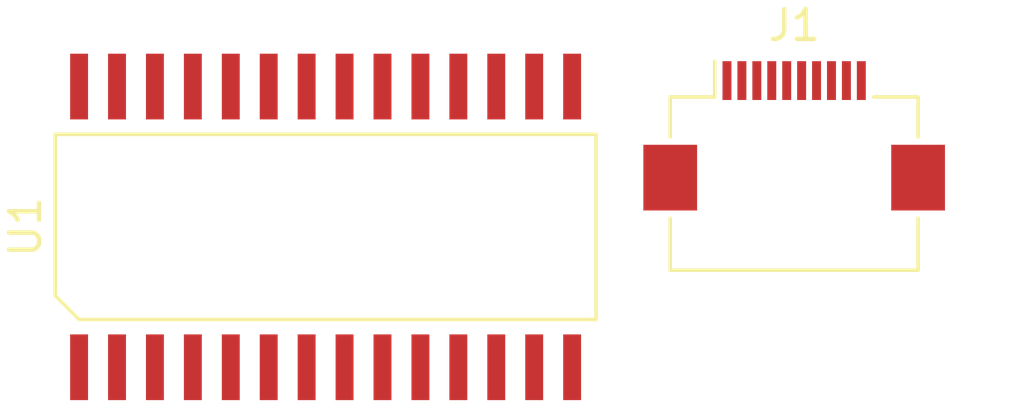
<source format=kicad_pcb>
(kicad_pcb (version 20171130) (host pcbnew "(5.1.5)-3")

  (general
    (thickness 1.6)
    (drawings 0)
    (tracks 0)
    (zones 0)
    (modules 2)
    (nets 32)
  )

  (page A4)
  (layers
    (0 F.Cu signal)
    (31 B.Cu signal)
    (32 B.Adhes user)
    (33 F.Adhes user)
    (34 B.Paste user)
    (35 F.Paste user)
    (36 B.SilkS user)
    (37 F.SilkS user)
    (38 B.Mask user)
    (39 F.Mask user)
    (40 Dwgs.User user)
    (41 Cmts.User user)
    (42 Eco1.User user)
    (43 Eco2.User user)
    (44 Edge.Cuts user)
    (45 Margin user)
    (46 B.CrtYd user)
    (47 F.CrtYd user)
    (48 B.Fab user)
    (49 F.Fab user)
  )

  (setup
    (last_trace_width 0.25)
    (trace_clearance 0.2)
    (zone_clearance 0.508)
    (zone_45_only no)
    (trace_min 0.2)
    (via_size 0.8)
    (via_drill 0.4)
    (via_min_size 0.4)
    (via_min_drill 0.3)
    (uvia_size 0.3)
    (uvia_drill 0.1)
    (uvias_allowed no)
    (uvia_min_size 0.2)
    (uvia_min_drill 0.1)
    (edge_width 0.05)
    (segment_width 0.2)
    (pcb_text_width 0.3)
    (pcb_text_size 1.5 1.5)
    (mod_edge_width 0.12)
    (mod_text_size 1 1)
    (mod_text_width 0.15)
    (pad_size 1.524 1.524)
    (pad_drill 0.762)
    (pad_to_mask_clearance 0.051)
    (solder_mask_min_width 0.25)
    (aux_axis_origin 0 0)
    (visible_elements FFFFFF7F)
    (pcbplotparams
      (layerselection 0x010fc_ffffffff)
      (usegerberextensions false)
      (usegerberattributes false)
      (usegerberadvancedattributes false)
      (creategerberjobfile false)
      (excludeedgelayer true)
      (linewidth 0.100000)
      (plotframeref false)
      (viasonmask false)
      (mode 1)
      (useauxorigin false)
      (hpglpennumber 1)
      (hpglpenspeed 20)
      (hpglpendiameter 15.000000)
      (psnegative false)
      (psa4output false)
      (plotreference true)
      (plotvalue true)
      (plotinvisibletext false)
      (padsonsilk false)
      (subtractmaskfromsilk false)
      (outputformat 1)
      (mirror false)
      (drillshape 1)
      (scaleselection 1)
      (outputdirectory ""))
  )

  (net 0 "")
  (net 1 /MCLR)
  (net 2 /VDD)
  (net 3 /GND)
  (net 4 /PGD)
  (net 5 /PGC)
  (net 6 "Net-(J1-Pad6)")
  (net 7 "Net-(J1-Pad7)")
  (net 8 "Net-(J1-Pad8)")
  (net 9 "Net-(J1-Pad9)")
  (net 10 "Net-(J1-Pad10)")
  (net 11 "Net-(U1-Pad28)")
  (net 12 "Net-(U1-Pad2)")
  (net 13 "Net-(U1-Pad26)")
  (net 14 "Net-(U1-Pad3)")
  (net 15 "Net-(U1-Pad25)")
  (net 16 "Net-(U1-Pad4)")
  (net 17 "Net-(U1-Pad24)")
  (net 18 "Net-(U1-Pad5)")
  (net 19 "Net-(U1-Pad23)")
  (net 20 "Net-(U1-Pad6)")
  (net 21 "Net-(U1-Pad7)")
  (net 22 "Net-(U1-Pad20)")
  (net 23 "Net-(U1-Pad9)")
  (net 24 "Net-(U1-Pad10)")
  (net 25 "Net-(U1-Pad18)")
  (net 26 "Net-(U1-Pad11)")
  (net 27 "Net-(U1-Pad17)")
  (net 28 "Net-(U1-Pad12)")
  (net 29 "Net-(U1-Pad16)")
  (net 30 "Net-(U1-Pad15)")
  (net 31 "Net-(U1-Pad14)")

  (net_class Default "This is the default net class."
    (clearance 0.2)
    (trace_width 0.25)
    (via_dia 0.8)
    (via_drill 0.4)
    (uvia_dia 0.3)
    (uvia_drill 0.1)
    (add_net /GND)
    (add_net /MCLR)
    (add_net /PGC)
    (add_net /PGD)
    (add_net /VDD)
    (add_net "Net-(J1-Pad10)")
    (add_net "Net-(J1-Pad6)")
    (add_net "Net-(J1-Pad7)")
    (add_net "Net-(J1-Pad8)")
    (add_net "Net-(J1-Pad9)")
    (add_net "Net-(U1-Pad10)")
    (add_net "Net-(U1-Pad11)")
    (add_net "Net-(U1-Pad12)")
    (add_net "Net-(U1-Pad14)")
    (add_net "Net-(U1-Pad15)")
    (add_net "Net-(U1-Pad16)")
    (add_net "Net-(U1-Pad17)")
    (add_net "Net-(U1-Pad18)")
    (add_net "Net-(U1-Pad2)")
    (add_net "Net-(U1-Pad20)")
    (add_net "Net-(U1-Pad23)")
    (add_net "Net-(U1-Pad24)")
    (add_net "Net-(U1-Pad25)")
    (add_net "Net-(U1-Pad26)")
    (add_net "Net-(U1-Pad28)")
    (add_net "Net-(U1-Pad3)")
    (add_net "Net-(U1-Pad4)")
    (add_net "Net-(U1-Pad5)")
    (add_net "Net-(U1-Pad6)")
    (add_net "Net-(U1-Pad7)")
    (add_net "Net-(U1-Pad9)")
  )

  (module Connector_FFC-FPC:Hirose_FH12-10S-0.5SH_1x10-1MP_P0.50mm_Horizontal (layer F.Cu) (tedit 5D24667B) (tstamp 5E96672D)
    (at 147.995001 81.765001)
    (descr "Hirose FH12, FFC/FPC connector, FH12-10S-0.5SH, 10 Pins per row (https://www.hirose.com/product/en/products/FH12/FH12-24S-0.5SH(55)/), generated with kicad-footprint-generator")
    (tags "connector Hirose FH12 horizontal")
    (path /5E966E5E)
    (attr smd)
    (fp_text reference J1 (at 0 -3.7) (layer F.SilkS)
      (effects (font (size 1 1) (thickness 0.15)))
    )
    (fp_text value Conn_01x10_Female (at 0 5.6) (layer F.Fab)
      (effects (font (size 1 1) (thickness 0.15)))
    )
    (fp_line (start 0 -1.2) (end -4.05 -1.2) (layer F.Fab) (width 0.1))
    (fp_line (start -4.05 -1.2) (end -4.05 3.4) (layer F.Fab) (width 0.1))
    (fp_line (start -4.05 3.4) (end -3.45 3.4) (layer F.Fab) (width 0.1))
    (fp_line (start -3.45 3.4) (end -3.45 3.7) (layer F.Fab) (width 0.1))
    (fp_line (start -3.45 3.7) (end -3.95 3.7) (layer F.Fab) (width 0.1))
    (fp_line (start -3.95 3.7) (end -3.95 4.4) (layer F.Fab) (width 0.1))
    (fp_line (start -3.95 4.4) (end 0 4.4) (layer F.Fab) (width 0.1))
    (fp_line (start 0 -1.2) (end 4.05 -1.2) (layer F.Fab) (width 0.1))
    (fp_line (start 4.05 -1.2) (end 4.05 3.4) (layer F.Fab) (width 0.1))
    (fp_line (start 4.05 3.4) (end 3.45 3.4) (layer F.Fab) (width 0.1))
    (fp_line (start 3.45 3.4) (end 3.45 3.7) (layer F.Fab) (width 0.1))
    (fp_line (start 3.45 3.7) (end 3.95 3.7) (layer F.Fab) (width 0.1))
    (fp_line (start 3.95 3.7) (end 3.95 4.4) (layer F.Fab) (width 0.1))
    (fp_line (start 3.95 4.4) (end 0 4.4) (layer F.Fab) (width 0.1))
    (fp_line (start -2.66 -1.3) (end -4.15 -1.3) (layer F.SilkS) (width 0.12))
    (fp_line (start -4.15 -1.3) (end -4.15 0.04) (layer F.SilkS) (width 0.12))
    (fp_line (start 2.66 -1.3) (end 4.15 -1.3) (layer F.SilkS) (width 0.12))
    (fp_line (start 4.15 -1.3) (end 4.15 0.04) (layer F.SilkS) (width 0.12))
    (fp_line (start -4.15 2.76) (end -4.15 4.5) (layer F.SilkS) (width 0.12))
    (fp_line (start -4.15 4.5) (end 4.15 4.5) (layer F.SilkS) (width 0.12))
    (fp_line (start 4.15 4.5) (end 4.15 2.76) (layer F.SilkS) (width 0.12))
    (fp_line (start -2.66 -1.3) (end -2.66 -2.5) (layer F.SilkS) (width 0.12))
    (fp_line (start -2.75 -1.2) (end -2.25 -0.492893) (layer F.Fab) (width 0.1))
    (fp_line (start -2.25 -0.492893) (end -1.75 -1.2) (layer F.Fab) (width 0.1))
    (fp_line (start -5.55 -3) (end -5.55 4.9) (layer F.CrtYd) (width 0.05))
    (fp_line (start -5.55 4.9) (end 5.55 4.9) (layer F.CrtYd) (width 0.05))
    (fp_line (start 5.55 4.9) (end 5.55 -3) (layer F.CrtYd) (width 0.05))
    (fp_line (start 5.55 -3) (end -5.55 -3) (layer F.CrtYd) (width 0.05))
    (fp_text user %R (at 0 3.7) (layer F.Fab)
      (effects (font (size 1 1) (thickness 0.15)))
    )
    (pad MP smd rect (at 4.15 1.4) (size 1.8 2.2) (layers F.Cu F.Paste F.Mask))
    (pad MP smd rect (at -4.15 1.4) (size 1.8 2.2) (layers F.Cu F.Paste F.Mask))
    (pad 1 smd rect (at -2.25 -1.85) (size 0.3 1.3) (layers F.Cu F.Paste F.Mask)
      (net 1 /MCLR))
    (pad 2 smd rect (at -1.75 -1.85) (size 0.3 1.3) (layers F.Cu F.Paste F.Mask)
      (net 2 /VDD))
    (pad 3 smd rect (at -1.25 -1.85) (size 0.3 1.3) (layers F.Cu F.Paste F.Mask)
      (net 3 /GND))
    (pad 4 smd rect (at -0.75 -1.85) (size 0.3 1.3) (layers F.Cu F.Paste F.Mask)
      (net 4 /PGD))
    (pad 5 smd rect (at -0.25 -1.85) (size 0.3 1.3) (layers F.Cu F.Paste F.Mask)
      (net 5 /PGC))
    (pad 6 smd rect (at 0.25 -1.85) (size 0.3 1.3) (layers F.Cu F.Paste F.Mask)
      (net 6 "Net-(J1-Pad6)"))
    (pad 7 smd rect (at 0.75 -1.85) (size 0.3 1.3) (layers F.Cu F.Paste F.Mask)
      (net 7 "Net-(J1-Pad7)"))
    (pad 8 smd rect (at 1.25 -1.85) (size 0.3 1.3) (layers F.Cu F.Paste F.Mask)
      (net 8 "Net-(J1-Pad8)"))
    (pad 9 smd rect (at 1.75 -1.85) (size 0.3 1.3) (layers F.Cu F.Paste F.Mask)
      (net 9 "Net-(J1-Pad9)"))
    (pad 10 smd rect (at 2.25 -1.85) (size 0.3 1.3) (layers F.Cu F.Paste F.Mask)
      (net 10 "Net-(J1-Pad10)"))
    (model ${KISYS3DMOD}/Connector_FFC-FPC.3dshapes/Hirose_FH12-10S-0.5SH_1x10-1MP_P0.50mm_Horizontal.wrl
      (at (xyz 0 0 0))
      (scale (xyz 1 1 1))
      (rotate (xyz 0 0 0))
    )
  )

  (module kicad_footprints:pic32mx274_soic28 (layer F.Cu) (tedit 0) (tstamp 5E966756)
    (at 132.305001 84.815001)
    (path /5E965B47)
    (attr smd)
    (fp_text reference U1 (at -10.055 0 90) (layer F.SilkS)
      (effects (font (size 1 1) (thickness 0.15)))
    )
    (fp_text value pic32mx274 (at 0 0) (layer F.Fab)
      (effects (font (size 1 1) (thickness 0.15)))
    )
    (fp_line (start -8.255 3.1) (end -9.055 2.3) (layer F.SilkS) (width 0.12))
    (fp_line (start -9.055 2.3) (end -9.055 -3.1) (layer F.SilkS) (width 0.12))
    (fp_line (start -9.055 -3.1) (end 9.055 -3.1) (layer F.SilkS) (width 0.12))
    (fp_line (start 9.055 -3.1) (end 9.055 3.1) (layer F.SilkS) (width 0.12))
    (fp_line (start 9.055 3.1) (end -8.255 3.1) (layer F.SilkS) (width 0.12))
    (fp_line (start -8.81 -6.05) (end 8.81 -6.05) (layer F.CrtYd) (width 0.05))
    (fp_line (start 8.81 -6.05) (end 8.81 6.05) (layer F.CrtYd) (width 0.05))
    (fp_line (start 8.81 6.05) (end -8.81 6.05) (layer F.CrtYd) (width 0.05))
    (fp_line (start -8.81 6.05) (end -8.81 -6.05) (layer F.CrtYd) (width 0.05))
    (pad 28 smd rect (at -8.255 -4.7) (size 0.6 2.2) (layers F.Cu F.Paste F.Mask)
      (net 11 "Net-(U1-Pad28)"))
    (pad 1 smd rect (at -8.255 4.7) (size 0.6 2.2) (layers F.Cu F.Paste F.Mask)
      (net 1 /MCLR))
    (pad 27 smd rect (at -6.985 -4.7) (size 0.6 2.2) (layers F.Cu F.Paste F.Mask)
      (net 3 /GND))
    (pad 2 smd rect (at -6.985 4.7) (size 0.6 2.2) (layers F.Cu F.Paste F.Mask)
      (net 12 "Net-(U1-Pad2)"))
    (pad 26 smd rect (at -5.715 -4.7) (size 0.6 2.2) (layers F.Cu F.Paste F.Mask)
      (net 13 "Net-(U1-Pad26)"))
    (pad 3 smd rect (at -5.715 4.7) (size 0.6 2.2) (layers F.Cu F.Paste F.Mask)
      (net 14 "Net-(U1-Pad3)"))
    (pad 25 smd rect (at -4.445 -4.7) (size 0.6 2.2) (layers F.Cu F.Paste F.Mask)
      (net 15 "Net-(U1-Pad25)"))
    (pad 4 smd rect (at -4.445 4.7) (size 0.6 2.2) (layers F.Cu F.Paste F.Mask)
      (net 16 "Net-(U1-Pad4)"))
    (pad 24 smd rect (at -3.175 -4.7) (size 0.6 2.2) (layers F.Cu F.Paste F.Mask)
      (net 17 "Net-(U1-Pad24)"))
    (pad 5 smd rect (at -3.175 4.7) (size 0.6 2.2) (layers F.Cu F.Paste F.Mask)
      (net 18 "Net-(U1-Pad5)"))
    (pad 23 smd rect (at -1.905 -4.7) (size 0.6 2.2) (layers F.Cu F.Paste F.Mask)
      (net 19 "Net-(U1-Pad23)"))
    (pad 6 smd rect (at -1.905 4.7) (size 0.6 2.2) (layers F.Cu F.Paste F.Mask)
      (net 20 "Net-(U1-Pad6)"))
    (pad 22 smd rect (at -0.635 -4.7) (size 0.6 2.2) (layers F.Cu F.Paste F.Mask)
      (net 5 /PGC))
    (pad 7 smd rect (at -0.635 4.7) (size 0.6 2.2) (layers F.Cu F.Paste F.Mask)
      (net 21 "Net-(U1-Pad7)"))
    (pad 21 smd rect (at 0.635 -4.7) (size 0.6 2.2) (layers F.Cu F.Paste F.Mask)
      (net 4 /PGD))
    (pad 8 smd rect (at 0.635 4.7) (size 0.6 2.2) (layers F.Cu F.Paste F.Mask)
      (net 3 /GND))
    (pad 20 smd rect (at 1.905 -4.7) (size 0.6 2.2) (layers F.Cu F.Paste F.Mask)
      (net 22 "Net-(U1-Pad20)"))
    (pad 9 smd rect (at 1.905 4.7) (size 0.6 2.2) (layers F.Cu F.Paste F.Mask)
      (net 23 "Net-(U1-Pad9)"))
    (pad 19 smd rect (at 3.175 -4.7) (size 0.6 2.2) (layers F.Cu F.Paste F.Mask)
      (net 3 /GND))
    (pad 10 smd rect (at 3.175 4.7) (size 0.6 2.2) (layers F.Cu F.Paste F.Mask)
      (net 24 "Net-(U1-Pad10)"))
    (pad 18 smd rect (at 4.445 -4.7) (size 0.6 2.2) (layers F.Cu F.Paste F.Mask)
      (net 25 "Net-(U1-Pad18)"))
    (pad 11 smd rect (at 4.445 4.7) (size 0.6 2.2) (layers F.Cu F.Paste F.Mask)
      (net 26 "Net-(U1-Pad11)"))
    (pad 17 smd rect (at 5.715 -4.7) (size 0.6 2.2) (layers F.Cu F.Paste F.Mask)
      (net 27 "Net-(U1-Pad17)"))
    (pad 12 smd rect (at 5.715 4.7) (size 0.6 2.2) (layers F.Cu F.Paste F.Mask)
      (net 28 "Net-(U1-Pad12)"))
    (pad 16 smd rect (at 6.985 -4.7) (size 0.6 2.2) (layers F.Cu F.Paste F.Mask)
      (net 29 "Net-(U1-Pad16)"))
    (pad 13 smd rect (at 6.985 4.7) (size 0.6 2.2) (layers F.Cu F.Paste F.Mask)
      (net 2 /VDD))
    (pad 15 smd rect (at 8.255 -4.7) (size 0.6 2.2) (layers F.Cu F.Paste F.Mask)
      (net 30 "Net-(U1-Pad15)"))
    (pad 14 smd rect (at 8.255 4.7) (size 0.6 2.2) (layers F.Cu F.Paste F.Mask)
      (net 31 "Net-(U1-Pad14)"))
  )

)

</source>
